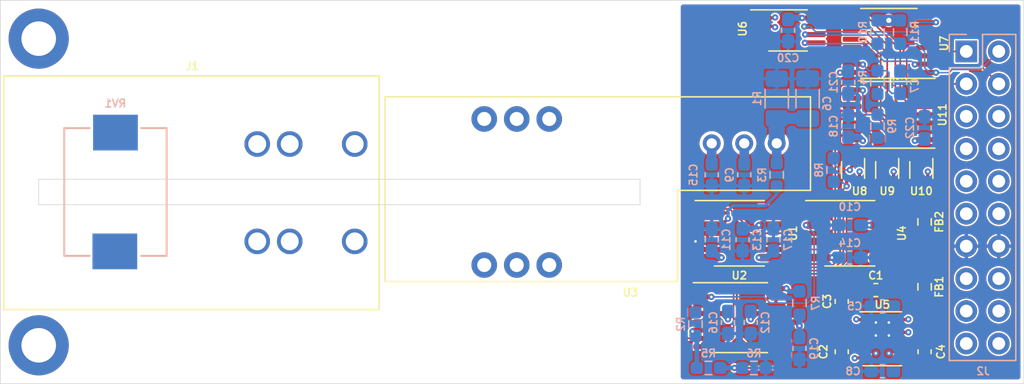
<source format=kicad_pcb>
(kicad_pcb (version 20171130) (host pcbnew 5.1.8)
  (layers (0 F.Cu signal) (1 In1.Cu signal) (2 In2.Cu signal) (31 B.Cu signal) (34 B.Paste user) (35 F.Paste user) (36 B.SilkS user) (37 F.SilkS user) (38 B.Mask user) (39 F.Mask user) (44 Edge.Cuts user))
  (net 0 "")
  (net 1 GND)
  (net 2 -18V)
  (net 3 +18V)
  (net 4 +3V3)
  (net 5 /ANALOG_OUT)
  (net 6 +15V)
  (net 7 -15V)
  (net 8 "Net-(C3-Pad2)")
  (net 9 "Net-(C4-Pad2)")
  (net 10 "Net-(C6-Pad1)")
  (net 11 /nRESET)
  (net 12 +5V)
  (net 13 /I2C_SDA)
  (net 14 /A1)
  (net 15 /I2C_SCL)
  (net 16 /A0)
  (net 17 "Net-(R2-Pad2)")
  (net 18 "Net-(R3-Pad1)")
  (net 19 "Net-(R5-Pad2)")
  (net 20 "Net-(R7-Pad1)")
  (net 21 /G1)
  (net 22 "Net-(R8-Pad1)")
  (net 23 "Net-(R9-Pad2)")
  (net 24 /AZ)
  (net 25 "Net-(U1-Pad1)")
  (net 26 "Net-(U2-Pad14)")
  (net 27 "Net-(U2-Pad11)")
  (net 28 /G100)
  (net 29 /G10)
  (net 30 /WP)
  (net 31 /IO5)
  (net 32 /IO4)
  (net 33 /IO3)
  (net 34 /IO2)
  (net 35 "Net-(U11-Pad12)")
  (net 36 "Net-(U10-Pad2)")
  (net 37 "Net-(J1-Pad2)")
  (net 38 "Net-(J1-Pad1)")
  (module ETH3CDAQ1:T60404-N4646-X400 (layer F.Cu) (at 119.253 67 180)
    (fp_text reference U3 (at 0 -7.874) (layer F.SilkS) (effects (font (size 0.6 0.6) (thickness 0.12))))
    (fp_text value T60404-N4646-X400)
    (pad 1 thru_hole circle (at 11.43 -5.715 180) (size 2 2) (drill 1.1) (layers *.Cu *.Mask) (net 37 "Net-(J1-Pad2)"))
    (pad 2 thru_hole circle (at 8.89 -5.715 180) (size 2 2) (drill 1.1) (layers *.Cu *.Mask) (net 37 "Net-(J1-Pad2)"))
    (pad 3 thru_hole circle (at 6.35 -5.715 180) (size 2 2) (drill 1.1) (layers *.Cu *.Mask) (net 37 "Net-(J1-Pad2)"))
    (pad 4 thru_hole circle (at 6.35 5.715 180) (size 2 2) (drill 1.1) (layers *.Cu *.Mask) (net 38 "Net-(J1-Pad1)"))
    (pad 5 thru_hole circle (at 8.89 5.715 180) (size 2 2) (drill 1.1) (layers *.Cu *.Mask) (net 38 "Net-(J1-Pad1)"))
    (pad 6 thru_hole circle (at 11.43 5.715 180) (size 2 2) (drill 1.1) (layers *.Cu *.Mask) (net 38 "Net-(J1-Pad1)"))
    (pad 9 thru_hole circle (at -6.35 3.81 180) (size 1.4 1.4) (drill 0.8) (layers *.Cu *.Mask) (net 7 -15V) (clearance 0.254))
    (pad 8 thru_hole circle (at -8.89 3.81 180) (size 1.4 1.4) (drill 0.8) (layers *.Cu *.Mask) (net 6 +15V) (clearance 0.254))
    (pad 7 thru_hole circle (at -11.43 3.81 180) (size 1.4 1.4) (drill 0.8) (layers *.Cu *.Mask) (net 10 "Net-(C6-Pad1)") (clearance 0.254))
  )
  (module ETH3CDAQ1:PC5_2-G-7_62 (layer F.Cu) (at 85 67.056 270)
    (fp_text reference J1 (at -9.906 0 180) (layer F.SilkS) (effects (font (size 0.6 0.6) (thickness 0.12))))
    (fp_text value "PC 5/2-G-7.62")
    (pad 2 thru_hole circle (at 3.81 -5.08 270) (size 2 2) (drill 1.4) (layers *.Cu *.Mask) (net 37 "Net-(J1-Pad2)"))
    (pad 2 thru_hole circle (at 3.81 -7.62 270) (size 2 2) (drill 1.4) (layers *.Cu *.Mask) (net 37 "Net-(J1-Pad2)"))
    (pad 2 thru_hole circle (at 3.81 -12.7 270) (size 2 2) (drill 1.4) (layers *.Cu *.Mask) (net 37 "Net-(J1-Pad2)"))
    (pad 1 thru_hole circle (at -3.81 -5.08 270) (size 2 2) (drill 1.4) (layers *.Cu *.Mask) (net 38 "Net-(J1-Pad1)"))
    (pad 1 thru_hole circle (at -3.81 -7.62 270) (size 2 2) (drill 1.4) (layers *.Cu *.Mask) (net 38 "Net-(J1-Pad1)"))
    (pad 1 thru_hole circle (at -3.81 -12.7 270) (size 2 2) (drill 1.4) (layers *.Cu *.Mask) (net 38 "Net-(J1-Pad1)"))
  )
  (module Resistor_SMD:R_0603_1608Metric_Pad0.98x0.95mm_HandSolder (layer F.Cu) (at 142.24 69.342 90)
    (fp_text reference FB2 (at 0 1.143 90) (layer F.SilkS) (effects (font (size 0.6 0.6) (thickness 0.12))))
    (fp_text value Ferrite_Bead_Small)
    (pad 2 smd roundrect (at 0.9125 0 90) (size 0.975 0.95) (layers F.Cu F.Paste F.Mask) (net 7 -15V))
    (pad 1 smd roundrect (at -0.9125 0 90) (size 0.975 0.95) (layers F.Cu F.Paste F.Mask) (net 2 -18V))
  )
  (module Resistor_SMD:R_0603_1608Metric_Pad0.98x0.95mm_HandSolder (layer F.Cu) (at 142.24 74.422 90)
    (fp_text reference FB1 (at 0 1.143 90) (layer F.SilkS) (effects (font (size 0.6 0.6) (thickness 0.12))))
    (fp_text value Ferrite_Bead_Small)
    (pad 2 smd roundrect (at 0.9125 0 90) (size 0.975 0.95) (layers F.Cu F.Paste F.Mask) (net 6 +15V))
    (pad 1 smd roundrect (at -0.9125 0 90) (size 0.975 0.95) (layers F.Cu F.Paste F.Mask) (net 3 +18V))
  )
  (module Capacitor_SMD:C_1206_3216Metric_Pad1.33x1.80mm_HandSolder (layer B.Cu) (at 133.096 59.69 90)
    (fp_text reference C6 (at -0.381 1.524 90) (layer B.SilkS) (effects (font (size 0.6 0.6) (thickness 0.12)) (justify mirror)))
    (fp_text value C)
    (pad 2 smd roundrect (at 1.5625 0 90) (size 1.325 1.8) (layers B.Cu B.Paste B.Mask) (roundrect_rratio 0.188679) (net 1 GND))
    (pad 1 smd roundrect (at -1.5625 0 90) (size 1.325 1.8) (layers B.Cu B.Paste B.Mask) (roundrect_rratio 0.188679) (net 10 "Net-(C6-Pad1)"))
  )
  (module Resistor_SMD:R_1206_3216Metric_Pad1.30x1.75mm_HandSolder (layer B.Cu) (at 130.683 59.69 90)
    (fp_text reference R1 (at 0 -1.524 90) (layer B.SilkS) (effects (font (size 0.6 0.6) (thickness 0.12)) (justify mirror)))
    (fp_text value 100)
    (pad 2 smd roundrect (at 1.55 0 90) (size 1.3 1.75) (layers B.Cu B.Paste B.Mask) (roundrect_rratio 0.192308) (net 1 GND))
    (pad 1 smd roundrect (at -1.55 0 90) (size 1.3 1.75) (layers B.Cu B.Paste B.Mask) (roundrect_rratio 0.192308) (net 10 "Net-(C6-Pad1)"))
  )
  (module Capacitor_SMD:C_0603_1608Metric_Pad1.08x0.95mm_HandSolder (layer B.Cu) (at 142.24 61.976 90)
    (fp_text reference C22 (at 0 -1.143 90) (layer B.SilkS) (effects (font (size 0.6 0.6) (thickness 0.12)) (justify mirror)))
    (fp_text value 100n)
    (pad 2 smd roundrect (at 0.8625 0 90) (size 1.075 0.95) (layers B.Cu B.Paste B.Mask) (net 1 GND))
    (pad 1 smd roundrect (at -0.8625 0 90) (size 1.075 0.95) (layers B.Cu B.Paste B.Mask) (net 4 +3V3))
  )
  (module Capacitor_SMD:C_0603_1608Metric_Pad1.08x0.95mm_HandSolder (layer B.Cu) (at 136.271 58.42 270)
    (fp_text reference C21 (at 0 1.143 90) (layer B.SilkS) (effects (font (size 0.6 0.6) (thickness 0.12)) (justify mirror)))
    (fp_text value 100n)
    (pad 2 smd roundrect (at 0.8625 0 270) (size 1.075 0.95) (layers B.Cu B.Paste B.Mask) (net 1 GND))
    (pad 1 smd roundrect (at -0.8625 0 270) (size 1.075 0.95) (layers B.Cu B.Paste B.Mask) (net 4 +3V3))
  )
  (module Capacitor_SMD:C_0603_1608Metric_Pad1.08x0.95mm_HandSolder (layer B.Cu) (at 131.572 54.356 270)
    (fp_text reference C20 (at 2.159 0 180) (layer B.SilkS) (effects (font (size 0.6 0.6) (thickness 0.12)) (justify mirror)))
    (fp_text value 100n)
    (pad 2 smd roundrect (at 0.8625 0 270) (size 1.075 0.95) (layers B.Cu B.Paste B.Mask) (net 1 GND))
    (pad 1 smd roundrect (at -0.8625 0 270) (size 1.075 0.95) (layers B.Cu B.Paste B.Mask) (net 4 +3V3))
  )
  (module Capacitor_SMD:C_0603_1608Metric_Pad1.08x0.95mm_HandSolder (layer B.Cu) (at 132.461 79.248 270)
    (fp_text reference C19 (at 0 -1.143 90) (layer B.SilkS) (effects (font (size 0.6 0.6) (thickness 0.12)) (justify mirror)))
    (fp_text value 100n)
    (pad 2 smd roundrect (at 0.8625 0 270) (size 1.075 0.95) (layers B.Cu B.Paste B.Mask) (net 1 GND))
    (pad 1 smd roundrect (at -0.8625 0 270) (size 1.075 0.95) (layers B.Cu B.Paste B.Mask) (net 12 +5V))
  )
  (module Capacitor_SMD:C_0603_1608Metric_Pad1.08x0.95mm_HandSolder (layer B.Cu) (at 136.271 61.849 90)
    (fp_text reference C18 (at 0 -1.143 90) (layer B.SilkS) (effects (font (size 0.6 0.6) (thickness 0.12)) (justify mirror)))
    (fp_text value 100n)
    (pad 2 smd roundrect (at 0.8625 0 90) (size 1.075 0.95) (layers B.Cu B.Paste B.Mask) (net 1 GND))
    (pad 1 smd roundrect (at -0.8625 0 90) (size 1.075 0.95) (layers B.Cu B.Paste B.Mask) (net 12 +5V))
  )
  (module Capacitor_SMD:C_0603_1608Metric_Pad1.08x0.95mm_HandSolder (layer B.Cu) (at 130.429 70.739 90)
    (fp_text reference C17 (at 0 1.143 90) (layer B.SilkS) (effects (font (size 0.6 0.6) (thickness 0.12)) (justify mirror)))
    (fp_text value 100n)
    (pad 2 smd roundrect (at 0.8625 0 90) (size 1.075 0.95) (layers B.Cu B.Paste B.Mask) (net 1 GND))
    (pad 1 smd roundrect (at -0.8625 0 90) (size 1.075 0.95) (layers B.Cu B.Paste B.Mask) (net 12 +5V))
  )
  (module Capacitor_SMD:C_0603_1608Metric_Pad1.08x0.95mm_HandSolder (layer B.Cu) (at 126.873 77.216 270)
    (fp_text reference C16 (at 0 1.143 90) (layer B.SilkS) (effects (font (size 0.6 0.6) (thickness 0.12)) (justify mirror)))
    (fp_text value 100n)
    (pad 2 smd roundrect (at 0.8625 0 270) (size 1.075 0.95) (layers B.Cu B.Paste B.Mask) (net 1 GND))
    (pad 1 smd roundrect (at -0.8625 0 270) (size 1.075 0.95) (layers B.Cu B.Paste B.Mask) (net 7 -15V))
  )
  (module Capacitor_SMD:C_0603_1608Metric_Pad1.08x0.95mm_HandSolder (layer B.Cu) (at 125.603 65.659 270)
    (fp_text reference C15 (at 0 1.43 90) (layer B.SilkS) (effects (font (size 0.6 0.6) (thickness 0.12)) (justify mirror)))
    (fp_text value 100n)
    (pad 2 smd roundrect (at 0.8625 0 270) (size 1.075 0.95) (layers B.Cu B.Paste B.Mask) (net 1 GND))
    (pad 1 smd roundrect (at -0.8625 0 270) (size 1.075 0.95) (layers B.Cu B.Paste B.Mask) (net 7 -15V))
  )
  (module Capacitor_SMD:C_0603_1608Metric_Pad1.08x0.95mm_HandSolder (layer B.Cu) (at 136.398 72.136)
    (fp_text reference C14 (at 0 -1.143) (layer B.SilkS) (effects (font (size 0.6 0.6) (thickness 0.12)) (justify mirror)))
    (fp_text value 100n)
    (pad 2 smd roundrect (at 0.8625 0) (size 1.075 0.95) (layers B.Cu B.Paste B.Mask) (net 1 GND))
    (pad 1 smd roundrect (at -0.8625 0) (size 1.075 0.95) (layers B.Cu B.Paste B.Mask) (net 7 -15V))
  )
  (module Capacitor_SMD:C_0603_1608Metric_Pad1.08x0.95mm_HandSolder (layer B.Cu) (at 128.016 70.739 270)
    (fp_text reference C13 (at 0 -1.143 90) (layer B.SilkS) (effects (font (size 0.6 0.6) (thickness 0.12)) (justify mirror)))
    (fp_text value 100n)
    (pad 2 smd roundrect (at 0.8625 0 270) (size 1.075 0.95) (layers B.Cu B.Paste B.Mask) (net 1 GND))
    (pad 1 smd roundrect (at -0.8625 0 270) (size 1.075 0.95) (layers B.Cu B.Paste B.Mask) (net 7 -15V))
  )
  (module Capacitor_SMD:C_0603_1608Metric_Pad1.08x0.95mm_HandSolder (layer B.Cu) (at 128.651 77.216 270)
    (fp_text reference C12 (at 0 -1.143 90) (layer B.SilkS) (effects (font (size 0.6 0.6) (thickness 0.12)) (justify mirror)))
    (fp_text value 100n)
    (pad 2 smd roundrect (at 0.8625 0 270) (size 1.075 0.95) (layers B.Cu B.Paste B.Mask) (net 1 GND))
    (pad 1 smd roundrect (at -0.8625 0 270) (size 1.075 0.95) (layers B.Cu B.Paste B.Mask) (net 6 +15V))
  )
  (module Capacitor_SMD:C_0603_1608Metric_Pad1.08x0.95mm_HandSolder (layer B.Cu) (at 125.603 70.739 90)
    (fp_text reference C11 (at 0 1.143 90) (layer B.SilkS) (effects (font (size 0.6 0.6) (thickness 0.12)) (justify mirror)))
    (fp_text value 100n)
    (pad 2 smd roundrect (at 0.8625 0 90) (size 1.075 0.95) (layers B.Cu B.Paste B.Mask) (net 1 GND))
    (pad 1 smd roundrect (at -0.8625 0 90) (size 1.075 0.95) (layers B.Cu B.Paste B.Mask) (net 6 +15V))
  )
  (module Capacitor_SMD:C_0603_1608Metric_Pad1.08x0.95mm_HandSolder (layer B.Cu) (at 136.398 69.596 180)
    (fp_text reference C10 (at 0 1.43) (layer B.SilkS) (effects (font (size 0.6 0.6) (thickness 0.12)) (justify mirror)))
    (fp_text value 100n)
    (pad 2 smd roundrect (at 0.8625 0 180) (size 1.075 0.95) (layers B.Cu B.Paste B.Mask) (net 1 GND))
    (pad 1 smd roundrect (at -0.8625 0 180) (size 1.075 0.95) (layers B.Cu B.Paste B.Mask) (net 6 +15V))
  )
  (module Capacitor_SMD:C_0603_1608Metric_Pad1.08x0.95mm_HandSolder (layer B.Cu) (at 128.143 65.659 270)
    (fp_text reference C9 (at 0 1.143 90) (layer B.SilkS) (effects (font (size 0.6 0.6) (thickness 0.12)) (justify mirror)))
    (fp_text value 100n)
    (pad 2 smd roundrect (at 0.8625 0 270) (size 1.075 0.95) (layers B.Cu B.Paste B.Mask) (net 1 GND))
    (pad 1 smd roundrect (at -0.8625 0 270) (size 1.075 0.95) (layers B.Cu B.Paste B.Mask) (net 6 +15V))
  )
  (module ETH3CDAQ1:4032 (layer B.Cu) (at 79 67 90)
    (fp_text reference RV1 (at 6.929 -0.006 180) (layer B.SilkS) (effects (font (size 0.6 0.6) (thickness 0.12)) (justify mirror)))
    (fp_text value B72660M)
    (pad 2 smd rect (at 4.65 0 90) (size 2.8 3.5) (layers B.Cu B.Paste B.Mask) (net 38 "Net-(J1-Pad1)"))
    (pad 1 smd rect (at -4.65 -0.05 90) (size 2.8 3.5) (layers B.Cu B.Paste B.Mask) (net 37 "Net-(J1-Pad2)"))
  )
  (module Package_SO:TSSOP-14_4.4x5mm_P0.65mm (layer F.Cu) (at 139.446 60.96 180)
    (fp_text reference U11 (at -4.191 0 90) (layer F.SilkS) (effects (font (size 0.6 0.6) (thickness 0.12))))
    (fp_text value TXB0104PW)
    (pad 14 smd roundrect (at 2.8625 -1.95 180) (size 1.475 0.4) (layers F.Cu F.Paste F.Mask) (net 12 +5V))
    (pad 13 smd roundrect (at 2.8625 -1.3 180) (size 1.475 0.4) (layers F.Cu F.Paste F.Mask) (net 22 "Net-(R8-Pad1)"))
    (pad 12 smd roundrect (at 2.8625 -0.65 180) (size 1.475 0.4) (layers F.Cu F.Paste F.Mask) (net 35 "Net-(U11-Pad12)"))
    (pad 11 smd roundrect (at 2.8625 0 180) (size 1.475 0.4) (layers F.Cu F.Paste F.Mask) (net 36 "Net-(U10-Pad2)"))
    (pad 10 smd roundrect (at 2.8625 0.65 180) (size 1.475 0.4) (layers F.Cu F.Paste F.Mask) (net 24 /AZ))
    (pad 9 smd roundrect (at 2.8625 1.3 180) (size 1.475 0.4) (layers F.Cu F.Paste F.Mask))
    (pad 8 smd roundrect (at 2.8625 1.95 180) (size 1.475 0.4) (layers F.Cu F.Paste F.Mask) (net 23 "Net-(R9-Pad2)"))
    (pad 7 smd roundrect (at -2.8625 1.95 180) (size 1.475 0.4) (layers F.Cu F.Paste F.Mask) (net 1 GND))
    (pad 6 smd roundrect (at -2.8625 1.3 180) (size 1.475 0.4) (layers F.Cu F.Paste F.Mask))
    (pad 5 smd roundrect (at -2.8625 0.65 180) (size 1.475 0.4) (layers F.Cu F.Paste F.Mask) (net 34 /IO2))
    (pad 4 smd roundrect (at -2.8625 0 180) (size 1.475 0.4) (layers F.Cu F.Paste F.Mask) (net 33 /IO3))
    (pad 3 smd roundrect (at -2.8625 -0.65 180) (size 1.475 0.4) (layers F.Cu F.Paste F.Mask) (net 32 /IO4))
    (pad 2 smd roundrect (at -2.8625 -1.3 180) (size 1.475 0.4) (layers F.Cu F.Paste F.Mask) (net 31 /IO5))
    (pad 1 smd roundrect (at -2.8625 -1.95 180) (size 1.475 0.4) (layers F.Cu F.Paste F.Mask) (net 4 +3V3))
  )
  (module Package_TO_SOT_SMD:SOT-553 (layer F.Cu) (at 141.986 65.278 270)
    (fp_text reference U10 (at 1.651 0 180) (layer F.SilkS) (effects (font (size 0.6 0.6) (thickness 0.12))))
    (fp_text value 74LVC1GU04DRL)
    (pad 4 smd rect (at 0.7 0.5 270) (size 0.45 0.3) (layers F.Cu F.Paste F.Mask) (net 28 /G100))
    (pad 2 smd rect (at -0.7 0 270) (size 0.45 0.3) (layers F.Cu F.Paste F.Mask) (net 36 "Net-(U10-Pad2)"))
    (pad 5 smd rect (at 0.7 -0.5 270) (size 0.45 0.3) (layers F.Cu F.Paste F.Mask) (net 12 +5V))
    (pad 3 smd rect (at -0.7 0.5 270) (size 0.45 0.3) (layers F.Cu F.Paste F.Mask) (net 1 GND))
    (pad 1 smd rect (at -0.7 -0.5 270) (size 0.45 0.3) (layers F.Cu F.Paste F.Mask))
  )
  (module Package_TO_SOT_SMD:SOT-553 (layer F.Cu) (at 139.319 65.278 270)
    (fp_text reference U9 (at 1.651 0 180) (layer F.SilkS) (effects (font (size 0.6 0.6) (thickness 0.12))))
    (fp_text value 74LVC1GU04DRL)
    (pad 4 smd rect (at 0.7 0.5 270) (size 0.45 0.3) (layers F.Cu F.Paste F.Mask) (net 29 /G10))
    (pad 2 smd rect (at -0.7 0 270) (size 0.45 0.3) (layers F.Cu F.Paste F.Mask) (net 35 "Net-(U11-Pad12)"))
    (pad 5 smd rect (at 0.7 -0.5 270) (size 0.45 0.3) (layers F.Cu F.Paste F.Mask) (net 12 +5V))
    (pad 3 smd rect (at -0.7 0.5 270) (size 0.45 0.3) (layers F.Cu F.Paste F.Mask) (net 1 GND))
    (pad 1 smd rect (at -0.7 -0.5 270) (size 0.45 0.3) (layers F.Cu F.Paste F.Mask))
  )
  (module Package_TO_SOT_SMD:SOT-553 (layer F.Cu) (at 136.652 65.278 270)
    (fp_text reference U8 (at 1.651 -0.508 180) (layer F.SilkS) (effects (font (size 0.6 0.6) (thickness 0.12))))
    (fp_text value 74LVC1GU04DRL)
    (pad 4 smd rect (at 0.7 0.5 270) (size 0.45 0.3) (layers F.Cu F.Paste F.Mask) (net 21 /G1))
    (pad 2 smd rect (at -0.7 0 270) (size 0.45 0.3) (layers F.Cu F.Paste F.Mask) (net 22 "Net-(R8-Pad1)"))
    (pad 5 smd rect (at 0.7 -0.5 270) (size 0.45 0.3) (layers F.Cu F.Paste F.Mask) (net 12 +5V))
    (pad 3 smd rect (at -0.7 0.5 270) (size 0.45 0.3) (layers F.Cu F.Paste F.Mask) (net 1 GND))
    (pad 1 smd rect (at -0.7 -0.5 270) (size 0.45 0.3) (layers F.Cu F.Paste F.Mask))
  )
  (module Package_SO:TSSOP-16_4.4x5mm_P0.65mm (layer F.Cu) (at 139.446 55.372 180)
    (fp_text reference U7 (at -4.318 0 90) (layer F.SilkS) (effects (font (size 0.6 0.6) (thickness 0.12))))
    (fp_text value PCA9557PW)
    (pad 16 smd roundrect (at 2.8625 -2.275 180) (size 1.475 0.4) (layers F.Cu F.Paste F.Mask) (net 4 +3V3))
    (pad 15 smd roundrect (at 2.8625 -1.625 180) (size 1.475 0.4) (layers F.Cu F.Paste F.Mask) (net 11 /nRESET))
    (pad 14 smd roundrect (at 2.8625 -0.975 180) (size 1.475 0.4) (layers F.Cu F.Paste F.Mask))
    (pad 13 smd roundrect (at 2.8625 -0.325 180) (size 1.475 0.4) (layers F.Cu F.Paste F.Mask))
    (pad 12 smd roundrect (at 2.8625 0.325 180) (size 1.475 0.4) (layers F.Cu F.Paste F.Mask) (net 31 /IO5))
    (pad 11 smd roundrect (at 2.8625 0.975 180) (size 1.475 0.4) (layers F.Cu F.Paste F.Mask) (net 32 /IO4))
    (pad 10 smd roundrect (at 2.8625 1.625 180) (size 1.475 0.4) (layers F.Cu F.Paste F.Mask) (net 33 /IO3))
    (pad 9 smd roundrect (at 2.8625 2.275 180) (size 1.475 0.4) (layers F.Cu F.Paste F.Mask) (net 34 /IO2))
    (pad 8 smd roundrect (at -2.8625 2.275 180) (size 1.475 0.4) (layers F.Cu F.Paste F.Mask) (net 1 GND))
    (pad 7 smd roundrect (at -2.8625 1.625 180) (size 1.475 0.4) (layers F.Cu F.Paste F.Mask) (net 30 /WP))
    (pad 6 smd roundrect (at -2.8625 0.975 180) (size 1.475 0.4) (layers F.Cu F.Paste F.Mask))
    (pad 5 smd roundrect (at -2.8625 0.325 180) (size 1.475 0.4) (layers F.Cu F.Paste F.Mask) (net 1 GND))
    (pad 4 smd roundrect (at -2.8625 -0.325 180) (size 1.475 0.4) (layers F.Cu F.Paste F.Mask) (net 14 /A1))
    (pad 3 smd roundrect (at -2.8625 -0.975 180) (size 1.475 0.4) (layers F.Cu F.Paste F.Mask) (net 16 /A0))
    (pad 2 smd roundrect (at -2.8625 -1.625 180) (size 1.475 0.4) (layers F.Cu F.Paste F.Mask) (net 13 /I2C_SDA))
    (pad 1 smd roundrect (at -2.8625 -2.275 180) (size 1.475 0.4) (layers F.Cu F.Paste F.Mask) (net 15 /I2C_SCL))
  )
  (module Package_SO:MSOP-8_3x3mm_P0.65mm (layer F.Cu) (at 131.572 54.356)
    (fp_text reference U6 (at -3.556 -0.127 90) (layer F.SilkS) (effects (font (size 0.6 0.6) (thickness 0.12))))
    (fp_text value 24LC08B-E/MS)
    (pad 8 smd roundrect (at 2.1125 -0.975) (size 1.625 0.4) (layers F.Cu F.Paste F.Mask) (net 4 +3V3))
    (pad 7 smd roundrect (at 2.1125 -0.325) (size 1.625 0.4) (layers F.Cu F.Paste F.Mask) (net 30 /WP))
    (pad 6 smd roundrect (at 2.1125 0.325) (size 1.625 0.4) (layers F.Cu F.Paste F.Mask) (net 15 /I2C_SCL))
    (pad 5 smd roundrect (at 2.1125 0.975) (size 1.625 0.4) (layers F.Cu F.Paste F.Mask) (net 13 /I2C_SDA))
    (pad 4 smd roundrect (at -2.1125 0.975) (size 1.625 0.4) (layers F.Cu F.Paste F.Mask) (net 1 GND))
    (pad 3 smd roundrect (at -2.1125 0.325) (size 1.625 0.4) (layers F.Cu F.Paste F.Mask) (net 1 GND))
    (pad 2 smd roundrect (at -2.1125 -0.325) (size 1.625 0.4) (layers F.Cu F.Paste F.Mask) (net 14 /A1))
    (pad 1 smd roundrect (at -2.1125 -0.975) (size 1.625 0.4) (layers F.Cu F.Paste F.Mask) (net 16 /A0))
  )
  (module Package_DFN_QFN:Linear_DE14MA (layer F.Cu) (at 138.938 78.486)
    (fp_text reference U5 (at 0 -2.667) (layer F.SilkS) (effects (font (size 0.6 0.6) (thickness 0.12))))
    (fp_text value LT3032-15)
    (pad 4 smd custom (at 0 -0.79) (size 1.65 1.28) (layers F.Cu F.Paste F.Mask) (net 1 GND) (options (clearance outline) (anchor rect)) (primitives (gr_circle (center 0.575 -0.64) (end 0.825 -0.64) (width 0)) (gr_circle (center 0.575 0.64) (end 0.825 0.64) (width 0)) (gr_poly (pts (xy -0.575 -0.89) (xy 0.575 -0.89) (xy 0.575 0.89) (xy -0.825 0.89) (xy -0.825 -0.64)) (width 0)) (gr_poly (pts (xy -0.78 0.665) (xy -1.75 0.665) (xy -1.75 0.915) (xy -0.88 0.915) (xy -0.78 0.89)) (width 0)) (gr_poly (pts (xy -1.075 0.665) (xy -1.025 0.66) (xy -0.977 0.645) (xy -0.935 0.622) (xy -0.897 0.591) (xy -0.866 0.552) (xy -0.844 0.511) (xy -0.83 0.464) (xy -0.825 0.415) (xy -0.825 0.665)) (width 0.001))))
    (pad 9 smd custom (at 0 1.145) (size 1.15 1.07) (layers F.Cu F.Paste F.Mask) (net 2 -18V) (options (clearance outline) (anchor rect)) (primitives (gr_circle (center -0.575 -0.285) (end -0.325 -0.285) (width 0)) (gr_circle (center 0.575 -0.285) (end 0.825 -0.285) (width 0)) (gr_circle (center -0.575 0.285) (end -0.325 0.285) (width 0)) (gr_circle (center 0.575 0.285) (end 0.825 0.285) (width 0)) (gr_poly (pts (xy -0.825 -0.285) (xy 0.825 -0.285) (xy 0.825 0.285) (xy -0.825 0.285)) (width 0)) (gr_poly (pts (xy 0.825 -0.27) (xy 1.75 -0.27) (xy 1.75 -0.02) (xy 0.825 -0.02)) (width 0))))
    (pad 1 smd rect (at -1.4 -1.5) (size 0.7 0.25) (layers F.Cu F.Paste F.Mask) (net 6 +15V))
    (pad 2 smd rect (at -1.4 -1) (size 0.7 0.25) (layers F.Cu F.Paste F.Mask))
    (pad 3 smd rect (at -1.4 -0.5) (size 0.7 0.25) (layers F.Cu F.Paste F.Mask) (net 8 "Net-(C3-Pad2)"))
    (pad 5 smd rect (at -1.4 0.5) (size 0.7 0.25) (layers F.Cu F.Paste F.Mask) (net 1 GND))
    (pad 6 smd rect (at -1.4 1) (size 0.7 0.25) (layers F.Cu F.Paste F.Mask) (net 2 -18V))
    (pad 7 smd rect (at -1.4 1.5) (size 0.7 0.25) (layers F.Cu F.Paste F.Mask) (net 7 -15V))
    (pad 8 smd rect (at 1.4 1.5) (size 0.7 0.25) (layers F.Cu F.Paste F.Mask))
    (pad 10 smd rect (at 1.4 0.5) (size 0.7 0.25) (layers F.Cu F.Paste F.Mask) (net 2 -18V))
    (pad 11 smd rect (at 1.4 0) (size 0.7 0.25) (layers F.Cu F.Paste F.Mask) (net 9 "Net-(C4-Pad2)"))
    (pad 12 smd rect (at 1.4 -0.5) (size 0.7 0.25) (layers F.Cu F.Paste F.Mask) (net 3 +18V))
    (pad 13 smd rect (at 1.4 -1) (size 0.7 0.25) (layers F.Cu F.Paste F.Mask))
    (pad 14 smd rect (at 1.4 -1.5) (size 0.7 0.25) (layers F.Cu F.Paste F.Mask) (net 3 +18V))
  )
  (module Package_SO:SOIC-8_3.9x4.9mm_P1.27mm (layer F.Cu) (at 136.398 70.231)
    (fp_text reference U4 (at 4.064 0 90) (layer F.SilkS) (effects (font (size 0.6 0.6) (thickness 0.12))))
    (fp_text value OPA140)
    (pad 8 smd roundrect (at 2.475 -1.905) (size 1.95 0.6) (layers F.Cu F.Paste F.Mask))
    (pad 7 smd roundrect (at 2.475 -0.635) (size 1.95 0.6) (layers F.Cu F.Paste F.Mask) (net 6 +15V))
    (pad 6 smd roundrect (at 2.475 0.635) (size 1.95 0.6) (layers F.Cu F.Paste F.Mask) (net 5 /ANALOG_OUT))
    (pad 5 smd roundrect (at 2.475 1.905) (size 1.95 0.6) (layers F.Cu F.Paste F.Mask))
    (pad 4 smd roundrect (at -2.475 1.905) (size 1.95 0.6) (layers F.Cu F.Paste F.Mask) (net 7 -15V))
    (pad 3 smd roundrect (at -2.475 0.635) (size 1.95 0.6) (layers F.Cu F.Paste F.Mask) (net 25 "Net-(U1-Pad1)"))
    (pad 2 smd roundrect (at -2.475 -0.635) (size 1.95 0.6) (layers F.Cu F.Paste F.Mask) (net 27 "Net-(U2-Pad11)"))
    (pad 1 smd roundrect (at -2.475 -1.905) (size 1.95 0.6) (layers F.Cu F.Paste F.Mask))
  )
  (module Package_SO:TSSOP-16_4.4x5mm_P0.65mm (layer F.Cu) (at 127.762 76.835)
    (fp_text reference U2 (at 0 -3.302) (layer F.SilkS) (effects (font (size 0.6 0.6) (thickness 0.12))))
    (fp_text value DG211)
    (pad 16 smd roundrect (at 2.8625 -2.275) (size 1.475 0.4) (layers F.Cu F.Paste F.Mask) (net 20 "Net-(R7-Pad1)"))
    (pad 15 smd roundrect (at 2.8625 -1.625) (size 1.475 0.4) (layers F.Cu F.Paste F.Mask) (net 26 "Net-(U2-Pad14)"))
    (pad 14 smd roundrect (at 2.8625 -0.975) (size 1.475 0.4) (layers F.Cu F.Paste F.Mask) (net 26 "Net-(U2-Pad14)"))
    (pad 13 smd roundrect (at 2.8625 -0.325) (size 1.475 0.4) (layers F.Cu F.Paste F.Mask) (net 6 +15V))
    (pad 12 smd roundrect (at 2.8625 0.325) (size 1.475 0.4) (layers F.Cu F.Paste F.Mask) (net 12 +5V))
    (pad 11 smd roundrect (at 2.8625 0.975) (size 1.475 0.4) (layers F.Cu F.Paste F.Mask) (net 27 "Net-(U2-Pad11)"))
    (pad 10 smd roundrect (at 2.8625 1.625) (size 1.475 0.4) (layers F.Cu F.Paste F.Mask) (net 19 "Net-(R5-Pad2)"))
    (pad 9 smd roundrect (at 2.8625 2.275) (size 1.475 0.4) (layers F.Cu F.Paste F.Mask) (net 28 /G100))
    (pad 8 smd roundrect (at -2.8625 2.275) (size 1.475 0.4) (layers F.Cu F.Paste F.Mask) (net 29 /G10))
    (pad 7 smd roundrect (at -2.8625 1.625) (size 1.475 0.4) (layers F.Cu F.Paste F.Mask) (net 27 "Net-(U2-Pad11)"))
    (pad 6 smd roundrect (at -2.8625 0.975) (size 1.475 0.4) (layers F.Cu F.Paste F.Mask) (net 17 "Net-(R2-Pad2)"))
    (pad 5 smd roundrect (at -2.8625 0.325) (size 1.475 0.4) (layers F.Cu F.Paste F.Mask) (net 1 GND))
    (pad 4 smd roundrect (at -2.8625 -0.325) (size 1.475 0.4) (layers F.Cu F.Paste F.Mask) (net 7 -15V))
    (pad 3 smd roundrect (at -2.8625 -0.975) (size 1.475 0.4) (layers F.Cu F.Paste F.Mask) (net 5 /ANALOG_OUT))
    (pad 2 smd roundrect (at -2.8625 -1.625) (size 1.475 0.4) (layers F.Cu F.Paste F.Mask) (net 27 "Net-(U2-Pad11)"))
    (pad 1 smd roundrect (at -2.8625 -2.275) (size 1.475 0.4) (layers F.Cu F.Paste F.Mask) (net 21 /G1))
  )
  (module Package_SO:SOIC-8_3.9x4.9mm_P1.27mm (layer F.Cu) (at 127.762 70.231)
    (fp_text reference U1 (at 4.191 0 90) (layer F.SilkS) (effects (font (size 0.6 0.6) (thickness 0.12))))
    (fp_text value DG419xY)
    (pad 8 smd roundrect (at 2.475 -1.905) (size 1.95 0.6) (layers F.Cu F.Paste F.Mask) (net 1 GND))
    (pad 7 smd roundrect (at 2.475 -0.635) (size 1.95 0.6) (layers F.Cu F.Paste F.Mask) (net 7 -15V))
    (pad 6 smd roundrect (at 2.475 0.635) (size 1.95 0.6) (layers F.Cu F.Paste F.Mask) (net 24 /AZ))
    (pad 5 smd roundrect (at 2.475 1.905) (size 1.95 0.6) (layers F.Cu F.Paste F.Mask) (net 12 +5V))
    (pad 4 smd roundrect (at -2.475 1.905) (size 1.95 0.6) (layers F.Cu F.Paste F.Mask) (net 6 +15V))
    (pad 3 smd roundrect (at -2.475 0.635) (size 1.95 0.6) (layers F.Cu F.Paste F.Mask) (net 1 GND))
    (pad 2 smd roundrect (at -2.475 -0.635) (size 1.95 0.6) (layers F.Cu F.Paste F.Mask) (net 18 "Net-(R3-Pad1)"))
    (pad 1 smd roundrect (at -2.475 -1.905) (size 1.95 0.6) (layers F.Cu F.Paste F.Mask) (net 25 "Net-(U1-Pad1)"))
  )
  (module Resistor_SMD:R_0603_1608Metric_Pad0.98x0.95mm_HandSolder (layer B.Cu) (at 140.335 54.483 270)
    (fp_text reference R11 (at 0 -1.143 90) (layer B.SilkS) (effects (font (size 0.6 0.6) (thickness 0.12)) (justify mirror)))
    (fp_text value 4k7)
    (pad 2 smd roundrect (at 0.9125 0 270) (size 0.975 0.95) (layers B.Cu B.Paste B.Mask) (net 15 /I2C_SCL))
    (pad 1 smd roundrect (at -0.9125 0 270) (size 0.975 0.95) (layers B.Cu B.Paste B.Mask) (net 4 +3V3))
  )
  (module Resistor_SMD:R_0603_1608Metric_Pad0.98x0.95mm_HandSolder (layer B.Cu) (at 138.557 54.483 270)
    (fp_text reference R10 (at 0 1.143 90) (layer B.SilkS) (effects (font (size 0.6 0.6) (thickness 0.12)) (justify mirror)))
    (fp_text value 4k7)
    (pad 2 smd roundrect (at 0.9125 0 270) (size 0.975 0.95) (layers B.Cu B.Paste B.Mask) (net 13 /I2C_SDA))
    (pad 1 smd roundrect (at -0.9125 0 270) (size 0.975 0.95) (layers B.Cu B.Paste B.Mask) (net 4 +3V3))
  )
  (module Resistor_SMD:R_0603_1608Metric_Pad0.98x0.95mm_HandSolder (layer B.Cu) (at 138.557 61.849 90)
    (fp_text reference R9 (at 0 1.143 90) (layer B.SilkS) (effects (font (size 0.6 0.6) (thickness 0.12)) (justify mirror)))
    (fp_text value 10k)
    (pad 2 smd roundrect (at 0.9125 0 90) (size 0.975 0.95) (layers B.Cu B.Paste B.Mask) (net 23 "Net-(R9-Pad2)"))
    (pad 1 smd roundrect (at -0.9125 0 90) (size 0.975 0.95) (layers B.Cu B.Paste B.Mask) (net 4 +3V3))
  )
  (module Resistor_SMD:R_0603_1608Metric_Pad0.98x0.95mm_HandSolder (layer B.Cu) (at 135.128 65.278 270)
    (fp_text reference R8 (at 0 1.143 90) (layer B.SilkS) (effects (font (size 0.6 0.6) (thickness 0.12)) (justify mirror)))
    (fp_text value 0)
    (pad 2 smd roundrect (at 0.9125 0 270) (size 0.975 0.95) (layers B.Cu B.Paste B.Mask) (net 21 /G1))
    (pad 1 smd roundrect (at -0.9125 0 270) (size 0.975 0.95) (layers B.Cu B.Paste B.Mask) (net 22 "Net-(R8-Pad1)"))
  )
  (module Resistor_SMD:R_0603_1608Metric_Pad0.98x0.95mm_HandSolder (layer B.Cu) (at 132.461 75.692 270)
    (fp_text reference R7 (at 0 -1.27 90) (layer B.SilkS) (effects (font (size 0.6 0.6) (thickness 0.12)) (justify mirror)))
    (fp_text value 10k)
    (pad 2 smd roundrect (at 0.9125 0 270) (size 0.975 0.95) (layers B.Cu B.Paste B.Mask) (net 12 +5V))
    (pad 1 smd roundrect (at -0.9125 0 270) (size 0.975 0.95) (layers B.Cu B.Paste B.Mask) (net 20 "Net-(R7-Pad1)"))
  )
  (module Resistor_SMD:R_0603_1608Metric_Pad0.98x0.95mm_HandSolder (layer B.Cu) (at 128.905 80.772)
    (fp_text reference R6 (at 0 -1.143) (layer B.SilkS) (effects (font (size 0.6 0.6) (thickness 0.12)) (justify mirror)))
    (fp_text value 2k/0.05%)
    (pad 2 smd roundrect (at 0.9125 0) (size 0.975 0.95) (layers B.Cu B.Paste B.Mask) (net 1 GND))
    (pad 1 smd roundrect (at -0.9125 0) (size 0.975 0.95) (layers B.Cu B.Paste B.Mask) (net 19 "Net-(R5-Pad2)"))
  )
  (module Resistor_SMD:R_0603_1608Metric_Pad0.98x0.95mm_HandSolder (layer B.Cu) (at 125.349 80.772)
    (fp_text reference R5 (at 0 -1.143) (layer B.SilkS) (effects (font (size 0.6 0.6) (thickness 0.12)) (justify mirror)))
    (fp_text value 18k/0.05%)
    (pad 2 smd roundrect (at 0.9125 0) (size 0.975 0.95) (layers B.Cu B.Paste B.Mask) (net 19 "Net-(R5-Pad2)"))
    (pad 1 smd roundrect (at -0.9125 0) (size 0.975 0.95) (layers B.Cu B.Paste B.Mask) (net 17 "Net-(R2-Pad2)"))
  )
  (module Resistor_SMD:R_0603_1608Metric_Pad0.98x0.95mm_HandSolder (layer B.Cu) (at 138.557 58.42 90)
    (fp_text reference R4 (at 0.381 -1.143 90) (layer B.SilkS) (effects (font (size 0.6 0.6) (thickness 0.12)) (justify mirror)))
    (fp_text value 10k)
    (pad 2 smd roundrect (at 0.9125 0 90) (size 0.975 0.95) (layers B.Cu B.Paste B.Mask) (net 11 /nRESET))
    (pad 1 smd roundrect (at -0.9125 0 90) (size 0.975 0.95) (layers B.Cu B.Paste B.Mask) (net 4 +3V3))
  )
  (module Resistor_SMD:R_0603_1608Metric_Pad0.98x0.95mm_HandSolder (layer B.Cu) (at 130.683 65.659 90)
    (fp_text reference R3 (at 0 -1.143 90) (layer B.SilkS) (effects (font (size 0.6 0.6) (thickness 0.12)) (justify mirror)))
    (fp_text value 100k)
    (pad 2 smd roundrect (at 0.9125 0 90) (size 0.975 0.95) (layers B.Cu B.Paste B.Mask) (net 10 "Net-(C6-Pad1)"))
    (pad 1 smd roundrect (at -0.9125 0 90) (size 0.975 0.95) (layers B.Cu B.Paste B.Mask) (net 18 "Net-(R3-Pad1)"))
  )
  (module Resistor_SMD:R_0603_1608Metric_Pad0.98x0.95mm_HandSolder (layer B.Cu) (at 124.333 77.343 270)
    (fp_text reference R2 (at 0 1.143 90) (layer B.SilkS) (effects (font (size 0.6 0.6) (thickness 0.12)) (justify mirror)))
    (fp_text value 180k/0.05%)
    (pad 2 smd roundrect (at 0.9125 0 270) (size 0.975 0.95) (layers B.Cu B.Paste B.Mask) (net 17 "Net-(R2-Pad2)"))
    (pad 1 smd roundrect (at -0.9125 0 270) (size 0.975 0.95) (layers B.Cu B.Paste B.Mask) (net 5 /ANALOG_OUT))
  )
  (module Capacitor_SMD:C_0603_1608Metric_Pad1.08x0.95mm_HandSolder (layer B.Cu) (at 138.938 81.026 180)
    (fp_text reference C8 (at 2.286 0) (layer B.SilkS) (effects (font (size 0.6 0.6) (thickness 0.12)) (justify mirror)))
    (fp_text value 2u2)
    (pad 2 smd roundrect (at 0.8625 0 180) (size 1.075 0.95) (layers B.Cu B.Paste B.Mask) (net 1 GND))
    (pad 1 smd roundrect (at -0.8625 0 180) (size 1.075 0.95) (layers B.Cu B.Paste B.Mask) (net 2 -18V))
  )
  (module Capacitor_SMD:C_0603_1608Metric_Pad1.08x0.95mm_HandSolder (layer B.Cu) (at 140.335 58.42 90)
    (fp_text reference C7 (at -0.254 1.143 90) (layer B.SilkS) (effects (font (size 0.6 0.6) (thickness 0.12)) (justify mirror)))
    (fp_text value 100n)
    (pad 2 smd roundrect (at 0.8625 0 90) (size 1.075 0.95) (layers B.Cu B.Paste B.Mask) (net 1 GND))
    (pad 1 smd roundrect (at -0.8625 0 90) (size 1.075 0.95) (layers B.Cu B.Paste B.Mask) (net 11 /nRESET))
  )
  (module Capacitor_SMD:C_0603_1608Metric_Pad1.08x0.95mm_HandSolder (layer B.Cu) (at 138.938 75.946 180)
    (fp_text reference C5 (at 2.159 0) (layer B.SilkS) (effects (font (size 0.6 0.6) (thickness 0.12)) (justify mirror)))
    (fp_text value 2u2)
    (pad 2 smd roundrect (at 0.8625 0 180) (size 1.075 0.95) (layers B.Cu B.Paste B.Mask) (net 1 GND))
    (pad 1 smd roundrect (at -0.8625 0 180) (size 1.075 0.95) (layers B.Cu B.Paste B.Mask) (net 3 +18V))
  )
  (module Capacitor_SMD:C_0603_1608Metric_Pad1.08x0.95mm_HandSolder (layer F.Cu) (at 142.24 79.502 90)
    (fp_text reference C4 (at 0 1.27 90) (layer F.SilkS) (effects (font (size 0.6 0.6) (thickness 0.12))))
    (fp_text value 100n)
    (pad 2 smd roundrect (at 0.8625 0 90) (size 1.075 0.95) (layers F.Cu F.Paste F.Mask) (net 9 "Net-(C4-Pad2)"))
    (pad 1 smd roundrect (at -0.8625 0 90) (size 1.075 0.95) (layers F.Cu F.Paste F.Mask) (net 7 -15V))
  )
  (module Capacitor_SMD:C_0603_1608Metric_Pad1.08x0.95mm_HandSolder (layer F.Cu) (at 135.763 75.565 270)
    (fp_text reference C3 (at 0 1.143 90) (layer F.SilkS) (effects (font (size 0.6 0.6) (thickness 0.12))))
    (fp_text value 100n)
    (pad 2 smd roundrect (at 0.8625 0 270) (size 1.075 0.95) (layers F.Cu F.Paste F.Mask) (net 8 "Net-(C3-Pad2)"))
    (pad 1 smd roundrect (at -0.8625 0 270) (size 1.075 0.95) (layers F.Cu F.Paste F.Mask) (net 6 +15V))
  )
  (module Capacitor_SMD:C_0603_1608Metric_Pad1.08x0.95mm_HandSolder (layer F.Cu) (at 135.763 79.502 90)
    (fp_text reference C2 (at 0 -1.43 90) (layer F.SilkS) (effects (font (size 0.6 0.6) (thickness 0.12))))
    (fp_text value 10u)
    (pad 2 smd roundrect (at 0.8625 0 90) (size 1.075 0.95) (layers F.Cu F.Paste F.Mask) (net 1 GND))
    (pad 1 smd roundrect (at -0.8625 0 90) (size 1.075 0.95) (layers F.Cu F.Paste F.Mask) (net 7 -15V))
  )
  (module Capacitor_SMD:C_0603_1608Metric_Pad1.08x0.95mm_HandSolder (layer F.Cu) (at 138.43 74.676)
    (fp_text reference C1 (at 0 -1.143) (layer F.SilkS) (effects (font (size 0.6 0.6) (thickness 0.12))))
    (fp_text value 10u)
    (pad 2 smd roundrect (at 0.8625 0) (size 1.075 0.95) (layers F.Cu F.Paste F.Mask) (net 1 GND))
    (pad 1 smd roundrect (at -0.8625 0) (size 1.075 0.95) (layers F.Cu F.Paste F.Mask) (net 6 +15V))
  )
  (module Connector_PinSocket_2.54mm:PinSocket_2x10_P2.54mm_Vertical (layer B.Cu) (at 145.5 56 180)
    (fp_text reference J2 (at -1.312 -25.026) (layer B.SilkS) (effects (font (size 0.6 0.6) (thickness 0.12)) (justify mirror)))
    (fp_text value Conn_02x10_Odd_Even)
    (pad 20 thru_hole oval (at -2.54 -22.86 180) (size 1.7 1.7) (drill 1) (layers *.Cu *.Mask) (net 3 +18V))
    (pad 19 thru_hole oval (at 0 -22.86 180) (size 1.7 1.7) (drill 1) (layers *.Cu *.Mask) (net 2 -18V))
    (pad 18 thru_hole oval (at -2.54 -20.32 180) (size 1.7 1.7) (drill 1) (layers *.Cu *.Mask) (net 12 +5V))
    (pad 17 thru_hole oval (at 0 -20.32 180) (size 1.7 1.7) (drill 1) (layers *.Cu *.Mask))
    (pad 16 thru_hole oval (at -2.54 -17.78 180) (size 1.7 1.7) (drill 1) (layers *.Cu *.Mask) (net 4 +3V3))
    (pad 15 thru_hole oval (at 0 -17.78 180) (size 1.7 1.7) (drill 1) (layers *.Cu *.Mask) (net 4 +3V3))
    (pad 14 thru_hole oval (at -2.54 -15.24 180) (size 1.7 1.7) (drill 1) (layers *.Cu *.Mask) (net 1 GND))
    (pad 13 thru_hole oval (at 0 -15.24 180) (size 1.7 1.7) (drill 1) (layers *.Cu *.Mask) (net 1 GND))
    (pad 12 thru_hole oval (at -2.54 -12.7 180) (size 1.7 1.7) (drill 1) (layers *.Cu *.Mask) (net 5 /ANALOG_OUT))
    (pad 11 thru_hole oval (at 0 -12.7 180) (size 1.7 1.7) (drill 1) (layers *.Cu *.Mask) (net 5 /ANALOG_OUT))
    (pad 10 thru_hole oval (at -2.54 -10.16 180) (size 1.7 1.7) (drill 1) (layers *.Cu *.Mask) (net 5 /ANALOG_OUT))
    (pad 9 thru_hole oval (at 0 -10.16 180) (size 1.7 1.7) (drill 1) (layers *.Cu *.Mask) (net 5 /ANALOG_OUT))
    (pad 8 thru_hole oval (at -2.54 -7.62 180) (size 1.7 1.7) (drill 1) (layers *.Cu *.Mask) (net 5 /ANALOG_OUT))
    (pad 7 thru_hole oval (at 0 -7.62 180) (size 1.7 1.7) (drill 1) (layers *.Cu *.Mask) (net 5 /ANALOG_OUT))
    (pad 6 thru_hole oval (at -2.54 -5.08 180) (size 1.7 1.7) (drill 1) (layers *.Cu *.Mask))
    (pad 5 thru_hole oval (at 0 -5.08 180) (size 1.7 1.7) (drill 1) (layers *.Cu *.Mask))
    (pad 4 thru_hole oval (at -2.54 -2.54 180) (size 1.7 1.7) (drill 1) (layers *.Cu *.Mask) (net 13 /I2C_SDA))
    (pad 3 thru_hole oval (at 0 -2.54 180) (size 1.7 1.7) (drill 1) (layers *.Cu *.Mask) (net 14 /A1))
    (pad 2 thru_hole oval (at -2.54 0 180) (size 1.7 1.7) (drill 1) (layers *.Cu *.Mask) (net 15 /I2C_SCL))
    (pad 1 thru_hole rect (at 0 0 180) (size 1.7 1.7) (drill 1) (layers *.Cu *.Mask) (net 16 /A0))
  )
  (module MountingHole:MountingHole_2.7mm_M2.5_DIN965_Pad (layer F.Cu) (at 73 79)
    (fp_text reference H2)
    (fp_text value MountingHole)
    (pad 1 thru_hole circle (at 0 0) (size 4.7 4.7) (drill 2.7) (layers *.Cu *.Mask))
  )
  (module MountingHole:MountingHole_2.7mm_M2.5_DIN965_Pad (layer F.Cu) (at 73 55)
    (fp_text reference H1)
    (fp_text value MountingHole)
    (pad 1 thru_hole circle (at 0 0) (size 4.7 4.7) (drill 2.7) (layers *.Cu *.Mask))
  )
  (gr_line (start 73 66) (end 73 68) (layer Edge.Cuts) (width 0.05))
  (gr_line (start 70 52) (end 70 82) (layer Edge.Cuts) (width 0.05))
  (gr_line (start 120 68) (end 73 68) (layer Edge.Cuts) (width 0.05))
  (gr_line (start 120 66) (end 120 68) (layer Edge.Cuts) (width 0.05))
  (gr_line (start 73 66) (end 120 66) (layer Edge.Cuts) (width 0.05))
  (gr_line (start 150 82) (end 70 82) (layer Edge.Cuts) (width 0.05))
  (gr_line (start 150 52) (end 150 82) (layer Edge.Cuts) (width 0.05))
  (gr_line (start 70 52) (end 150 52) (layer Edge.Cuts) (width 0.05))
  (via (at 138.43 77.216) (size 0.5) (drill 0.2) (layers F.Cu B.Cu) (net 1))
  (segment (start 138.938 77.597) (end 138.43 77.089) (width 0.254) (layer F.Cu) (net 1))
  (segment (start 138.938 77.696) (end 138.938 77.597) (width 0.254) (layer F.Cu) (net 1))
  (via (at 139.446 77.216) (size 0.5) (drill 0.2) (layers F.Cu B.Cu) (net 1))
  (segment (start 138.938 77.597) (end 139.446 77.089) (width 0.254) (layer F.Cu) (net 1))
  (segment (start 138.938 77.851) (end 139.446 78.359) (width 0.254) (layer F.Cu) (net 1))
  (via (at 139.446 78.232) (size 0.5) (drill 0.2) (layers F.Cu B.Cu) (net 1))
  (segment (start 138.938 77.696) (end 138.938 77.851) (width 0.254) (layer F.Cu) (net 1))
  (via (at 138.43 78.232) (size 0.5) (drill 0.2) (layers F.Cu B.Cu) (net 1))
  (segment (start 138.938 77.724) (end 138.43 78.232) (width 0.254) (layer F.Cu) (net 1))
  (segment (start 138.938 77.696) (end 138.938 77.724) (width 0.254) (layer F.Cu) (net 1))
  (segment (start 137.538 78.986) (end 137.538 78.616) (width 0.254) (layer F.Cu) (net 1))
  (via (at 124.333 70.866) (size 0.5) (drill 0.2) (layers F.Cu B.Cu) (net 1))
  (segment (start 125.287 70.866) (end 124.333 70.866) (width 0.508) (layer F.Cu) (net 1))
  (via (at 138.43 79.629) (size 0.5) (drill 0.2) (layers F.Cu B.Cu) (net 2))
  (segment (start 138.686 79.631) (end 138.43 79.375) (width 0.254) (layer F.Cu) (net 2))
  (segment (start 138.938 79.631) (end 138.686 79.631) (width 0.254) (layer F.Cu) (net 2))
  (via (at 139.446 79.629) (size 0.5) (drill 0.2) (layers F.Cu B.Cu) (net 2))
  (segment (start 139.317 79.631) (end 139.319 79.629) (width 0.254) (layer F.Cu) (net 2))
  (segment (start 138.938 79.631) (end 139.317 79.631) (width 0.254) (layer F.Cu) (net 2))
  (segment (start 140.338 78.986) (end 140.338 79.372) (width 0.254) (layer F.Cu) (net 2))
  (segment (start 138.287 79.486) (end 138.43 79.629) (width 0.254) (layer F.Cu) (net 2))
  (segment (start 137.538 79.486) (end 138.287 79.486) (width 0.254) (layer F.Cu) (net 2))
  (segment (start 140.946 76.986) (end 140.97 76.962) (width 0.254) (layer F.Cu) (net 3))
  (via (at 140.97 76.962) (size 0.5) (drill 0.2) (layers F.Cu B.Cu) (net 3))
  (segment (start 140.338 76.986) (end 140.946 76.986) (width 0.254) (layer F.Cu) (net 3))
  (via (at 140.97 77.978) (size 0.5) (drill 0.2) (layers F.Cu B.Cu) (net 3))
  (segment (start 140.962 77.986) (end 140.97 77.978) (width 0.254) (layer F.Cu) (net 3))
  (segment (start 140.338 77.986) (end 140.962 77.986) (width 0.254) (layer F.Cu) (net 3))
  (via (at 141.478 62.992) (size 0.5) (drill 0.2) (layers F.Cu B.Cu) (net 4))
  (segment (start 141.56 62.91) (end 141.478 62.992) (width 0.381) (layer F.Cu) (net 4))
  (segment (start 142.3085 62.91) (end 141.56 62.91) (width 0.381) (layer F.Cu) (net 4))
  (segment (start 142.0865 62.992) (end 142.24 62.8385) (width 0.381) (layer B.Cu) (net 4))
  (segment (start 141.478 62.992) (end 142.0865 62.992) (width 0.381) (layer B.Cu) (net 4))
  (segment (start 140.335 53.5705) (end 139.446 53.5705) (width 0.889) (layer B.Cu) (net 4))
  (segment (start 138.557 53.5705) (end 139.446 53.5705) (width 0.889) (layer B.Cu) (net 4))
  (via (at 139.446 53.5705) (size 0.8) (drill 0.4) (layers F.Cu B.Cu) (net 4))
  (via (at 135.636 57.658) (size 0.5) (drill 0.2) (layers F.Cu B.Cu) (net 4))
  (segment (start 135.647 57.647) (end 135.636 57.658) (width 0.381) (layer F.Cu) (net 4))
  (segment (start 136.5835 57.647) (end 135.647 57.647) (width 0.381) (layer F.Cu) (net 4))
  (segment (start 136.1705 57.658) (end 136.271 57.5575) (width 0.381) (layer B.Cu) (net 4))
  (segment (start 135.636 57.658) (end 136.1705 57.658) (width 0.381) (layer B.Cu) (net 4))
  (via (at 132.674 53.381) (size 0.5) (drill 0.2) (layers F.Cu B.Cu) (net 4))
  (segment (start 133.6845 53.381) (end 132.674 53.381) (width 0.381) (layer F.Cu) (net 4))
  (segment (start 131.6845 53.381) (end 132.674 53.381) (width 0.508) (layer B.Cu) (net 4))
  (segment (start 131.572 53.4935) (end 131.6845 53.381) (width 0.508) (layer B.Cu) (net 4))
  (via (at 137.922 69.596) (size 0.5) (drill 0.2) (layers F.Cu B.Cu) (net 6))
  (segment (start 138.873 69.596) (end 137.922 69.596) (width 0.508) (layer F.Cu) (net 6))
  (segment (start 137.922 69.596) (end 137.2605 69.596) (width 0.508) (layer B.Cu) (net 6))
  (via (at 128.651 76.962) (size 0.5) (drill 0.2) (layers F.Cu B.Cu) (net 6))
  (segment (start 129.103 76.51) (end 128.651 76.962) (width 0.381) (layer F.Cu) (net 6))
  (segment (start 130.6245 76.51) (end 129.103 76.51) (width 0.381) (layer F.Cu) (net 6))
  (segment (start 128.651 76.962) (end 128.651 76.3535) (width 0.381) (layer B.Cu) (net 6))
  (segment (start 136.93 76.986) (end 136.906 76.962) (width 0.254) (layer F.Cu) (net 6))
  (via (at 136.906 76.962) (size 0.5) (drill 0.2) (layers F.Cu B.Cu) (net 6))
  (segment (start 137.538 76.986) (end 136.93 76.986) (width 0.254) (layer F.Cu) (net 6))
  (via (at 126.365 72.136) (size 0.5) (drill 0.2) (layers F.Cu B.Cu) (net 6))
  (segment (start 125.287 72.136) (end 126.365 72.136) (width 0.508) (layer F.Cu) (net 6))
  (segment (start 126.238 72.136) (end 126.365 72.136) (width 0.508) (layer B.Cu) (net 6))
  (segment (start 125.7035 71.6015) (end 126.238 72.136) (width 0.508) (layer B.Cu) (net 6))
  (segment (start 125.603 71.6015) (end 125.7035 71.6015) (width 0.508) (layer B.Cu) (net 6))
  (segment (start 128.143 64.7965) (end 128.143 63.19) (width 0.762) (layer B.Cu) (net 6))
  (via (at 135.001 72.136) (size 0.5) (drill 0.2) (layers F.Cu B.Cu) (net 7))
  (segment (start 133.923 72.136) (end 135.001 72.136) (width 0.508) (layer F.Cu) (net 7))
  (segment (start 135.001 72.136) (end 135.5355 72.136) (width 0.508) (layer B.Cu) (net 7))
  (via (at 126.873 76.962) (size 0.5) (drill 0.2) (layers F.Cu B.Cu) (net 7))
  (segment (start 126.421 76.51) (end 126.873 76.962) (width 0.381) (layer F.Cu) (net 7))
  (segment (start 124.8995 76.51) (end 126.421 76.51) (width 0.381) (layer F.Cu) (net 7))
  (segment (start 126.873 76.962) (end 126.873 76.3535) (width 0.381) (layer B.Cu) (net 7))
  (segment (start 136.803 79.986) (end 136.779 80.01) (width 0.254) (layer F.Cu) (net 7))
  (via (at 136.779 80.01) (size 0.5) (drill 0.2) (layers F.Cu B.Cu) (net 7))
  (segment (start 137.538 79.986) (end 136.803 79.986) (width 0.254) (layer F.Cu) (net 7))
  (via (at 129.286 69.596) (size 0.5) (drill 0.2) (layers F.Cu B.Cu) (net 7))
  (segment (start 130.237 69.596) (end 129.286 69.596) (width 0.508) (layer F.Cu) (net 7))
  (segment (start 129.0055 69.8765) (end 129.286 69.596) (width 0.508) (layer B.Cu) (net 7))
  (segment (start 128.016 69.8765) (end 129.0055 69.8765) (width 0.508) (layer B.Cu) (net 7))
  (segment (start 125.603 64.7965) (end 125.603 63.19) (width 0.762) (layer B.Cu) (net 7))
  (segment (start 135.763 77.089) (end 135.763 76.4275) (width 0.254) (layer F.Cu) (net 8))
  (segment (start 136.66 77.986) (end 135.763 77.089) (width 0.254) (layer F.Cu) (net 8))
  (segment (start 137.538 77.986) (end 136.66 77.986) (width 0.254) (layer F.Cu) (net 8))
  (segment (start 142.0865 78.486) (end 142.24 78.6395) (width 0.254) (layer F.Cu) (net 9))
  (segment (start 140.338 78.486) (end 142.0865 78.486) (width 0.254) (layer F.Cu) (net 9))
  (segment (start 133.0835 61.24) (end 133.096 61.2525) (width 0.889) (layer B.Cu) (net 10))
  (segment (start 130.683 61.24) (end 133.0835 61.24) (width 0.889) (layer B.Cu) (net 10))
  (segment (start 130.683 64.7465) (end 130.683 63.19) (width 0.762) (layer B.Cu) (net 10))
  (segment (start 130.683 61.24) (end 130.683 63.19) (width 1.27) (layer B.Cu) (net 10))
  (via (at 137.414 57.023) (size 0.5) (drill 0.2) (layers F.Cu B.Cu) (net 11))
  (segment (start 137.388 56.997) (end 137.414 57.023) (width 0.127) (layer F.Cu) (net 11))
  (segment (start 136.5835 56.997) (end 137.388 56.997) (width 0.127) (layer F.Cu) (net 11))
  (segment (start 137.8985 57.5075) (end 137.414 57.023) (width 0.127) (layer B.Cu) (net 11))
  (segment (start 138.557 57.5075) (end 137.8985 57.5075) (width 0.127) (layer B.Cu) (net 11))
  (segment (start 138.557 57.5075) (end 139.2955 57.5075) (width 0.127) (layer B.Cu) (net 11))
  (segment (start 139.2955 57.5075) (end 139.446 57.658) (width 0.127) (layer B.Cu) (net 11))
  (segment (start 139.446 57.658) (end 139.446 59.055) (width 0.127) (layer B.Cu) (net 11))
  (segment (start 139.6735 59.2825) (end 140.335 59.2825) (width 0.127) (layer B.Cu) (net 11))
  (segment (start 139.446 59.055) (end 139.6735 59.2825) (width 0.127) (layer B.Cu) (net 11))
  (via (at 139.827 65.405) (size 0.5) (drill 0.2) (layers F.Cu B.Cu) (net 12))
  (segment (start 139.819 65.413) (end 139.827 65.405) (width 0.254) (layer F.Cu) (net 12))
  (segment (start 139.819 65.978) (end 139.819 65.413) (width 0.254) (layer F.Cu) (net 12))
  (via (at 142.494 65.405) (size 0.5) (drill 0.2) (layers F.Cu B.Cu) (net 12))
  (segment (start 142.486 65.978) (end 142.486 65.413) (width 0.254) (layer F.Cu) (net 12))
  (segment (start 142.486 65.413) (end 142.494 65.405) (width 0.254) (layer F.Cu) (net 12))
  (via (at 137.159996 65.404996) (size 0.5) (drill 0.2) (layers F.Cu B.Cu) (net 12))
  (segment (start 137.152 65.978) (end 137.152 65.412992) (width 0.254) (layer F.Cu) (net 12))
  (segment (start 137.152 65.412992) (end 137.159996 65.404996) (width 0.254) (layer F.Cu) (net 12))
  (via (at 137.414 62.992) (size 0.5) (drill 0.2) (layers F.Cu B.Cu) (net 12))
  (segment (start 137.332 62.91) (end 137.414 62.992) (width 0.381) (layer F.Cu) (net 12))
  (segment (start 136.5835 62.91) (end 137.332 62.91) (width 0.381) (layer F.Cu) (net 12))
  (segment (start 137.1335 62.7115) (end 137.414 62.992) (width 0.508) (layer B.Cu) (net 12))
  (segment (start 136.271 62.7115) (end 137.1335 62.7115) (width 0.508) (layer B.Cu) (net 12))
  (via (at 132.461 77.47) (size 0.5) (drill 0.2) (layers F.Cu B.Cu) (net 12))
  (segment (start 132.461 77.47) (end 132.461 78.3855) (width 0.508) (layer B.Cu) (net 12))
  (segment (start 132.461 76.6045) (end 132.461 77.47) (width 0.508) (layer B.Cu) (net 12))
  (segment (start 132.151 77.16) (end 132.461 77.47) (width 0.381) (layer F.Cu) (net 12))
  (segment (start 130.6245 77.16) (end 132.151 77.16) (width 0.381) (layer F.Cu) (net 12))
  (via (at 129.286 72.136) (size 0.5) (drill 0.2) (layers F.Cu B.Cu) (net 12))
  (segment (start 130.237 72.136) (end 129.286 72.136) (width 0.508) (layer F.Cu) (net 12))
  (segment (start 129.8945 72.136) (end 130.429 71.6015) (width 0.508) (layer B.Cu) (net 12))
  (segment (start 129.286 72.136) (end 129.8945 72.136) (width 0.508) (layer B.Cu) (net 12))
  (via (at 132.883001 55.330999) (size 0.5) (drill 0.2) (layers F.Cu B.Cu) (net 13))
  (segment (start 133.6845 55.331) (end 133.236554 55.330999) (width 0.127) (layer F.Cu) (net 13))
  (segment (start 133.236554 55.330999) (end 132.883001 55.330999) (width 0.127) (layer F.Cu) (net 13))
  (segment (start 138.557 56.261) (end 139.066085 56.770085) (width 0.127) (layer B.Cu) (net 13))
  (segment (start 138.557 55.3955) (end 138.557 56.261) (width 0.127) (layer B.Cu) (net 13))
  (via (at 141.477949 57.020084) (size 0.5) (drill 0.2) (layers F.Cu B.Cu) (net 13))
  (segment (start 141.22795 56.770085) (end 141.477949 57.020084) (width 0.127) (layer B.Cu) (net 13))
  (segment (start 139.066085 56.770085) (end 141.22795 56.770085) (width 0.127) (layer B.Cu) (net 13))
  (segment (start 141.501033 56.997) (end 141.477949 57.020084) (width 0.127) (layer F.Cu) (net 13))
  (segment (start 142.3085 56.997) (end 141.501033 56.997) (width 0.127) (layer F.Cu) (net 13))
  (segment (start 142.3085 56.997) (end 143.738 56.997) (width 0.127) (layer F.Cu) (net 13))
  (segment (start 143.738 56.997) (end 144.018 57.277) (width 0.127) (layer F.Cu) (net 13))
  (segment (start 146.777 57.277) (end 148.04 58.54) (width 0.127) (layer F.Cu) (net 13))
  (segment (start 144.018 57.277) (end 146.777 57.277) (width 0.127) (layer F.Cu) (net 13))
  (segment (start 132.947502 55.3955) (end 132.883001 55.330999) (width 0.127) (layer B.Cu) (net 13))
  (segment (start 138.557 55.3955) (end 132.947502 55.3955) (width 0.127) (layer B.Cu) (net 13))
  (segment (start 141.344 58.54) (end 145.5 58.54) (width 0.127) (layer F.Cu) (net 14))
  (segment (start 140.843 58.039) (end 141.344 58.54) (width 0.127) (layer F.Cu) (net 14))
  (segment (start 141.153 55.697) (end 140.843 56.007) (width 0.127) (layer F.Cu) (net 14))
  (segment (start 140.843 56.007) (end 140.843 58.039) (width 0.127) (layer F.Cu) (net 14))
  (segment (start 142.3085 55.697) (end 141.153 55.697) (width 0.127) (layer F.Cu) (net 14))
  (via (at 130.556 54.102) (size 0.5) (drill 0.2) (layers F.Cu B.Cu) (net 14))
  (segment (start 130.485 54.031) (end 130.556 54.102) (width 0.254) (layer F.Cu) (net 14))
  (segment (start 129.4595 54.031) (end 130.485 54.031) (width 0.254) (layer F.Cu) (net 14))
  (segment (start 132.913 54.681) (end 132.9055 54.6735) (width 0.127) (layer F.Cu) (net 15))
  (segment (start 133.6845 54.681) (end 132.913 54.681) (width 0.127) (layer F.Cu) (net 15))
  (via (at 132.9055 54.6735) (size 0.5) (drill 0.2) (layers F.Cu B.Cu) (net 15))
  (via (at 143.129 57.658) (size 0.5) (drill 0.2) (layers F.Cu B.Cu) (net 15))
  (segment (start 142.3085 57.647) (end 143.118 57.647) (width 0.127) (layer F.Cu) (net 15))
  (segment (start 143.118 57.647) (end 143.129 57.658) (width 0.127) (layer F.Cu) (net 15))
  (segment (start 142.621 57.658) (end 143.129 57.658) (width 0.127) (layer B.Cu) (net 15))
  (segment (start 142.24 56.007) (end 142.24 57.277) (width 0.127) (layer B.Cu) (net 15))
  (segment (start 142.24 57.277) (end 142.621 57.658) (width 0.127) (layer B.Cu) (net 15))
  (segment (start 141.6285 55.3955) (end 142.24 56.007) (width 0.127) (layer B.Cu) (net 15))
  (segment (start 140.335 55.3955) (end 141.6285 55.3955) (width 0.127) (layer B.Cu) (net 15))
  (segment (start 146.631999 57.408001) (end 148.04 56) (width 0.127) (layer B.Cu) (net 15))
  (segment (start 144.394999 57.408001) (end 146.631999 57.408001) (width 0.127) (layer B.Cu) (net 15))
  (segment (start 144.145 57.658) (end 144.394999 57.408001) (width 0.127) (layer B.Cu) (net 15))
  (segment (start 143.129 57.658) (end 144.145 57.658) (width 0.127) (layer B.Cu) (net 15))
  (segment (start 132.94949 54.71749) (end 132.9055 54.6735) (width 0.127) (layer B.Cu) (net 15))
  (segment (start 139.65699 54.71749) (end 132.94949 54.71749) (width 0.127) (layer B.Cu) (net 15))
  (segment (start 140.335 55.3955) (end 139.65699 54.71749) (width 0.127) (layer B.Cu) (net 15))
  (segment (start 142.3085 56.347) (end 143.551 56.347) (width 0.127) (layer F.Cu) (net 16))
  (segment (start 143.898 56) (end 145.5 56) (width 0.127) (layer F.Cu) (net 16))
  (segment (start 143.551 56.347) (end 143.898 56) (width 0.127) (layer F.Cu) (net 16))
  (via (at 130.556 53.34) (size 0.5) (drill 0.2) (layers F.Cu B.Cu) (net 16))
  (segment (start 130.515 53.381) (end 130.556 53.34) (width 0.254) (layer F.Cu) (net 16))
  (segment (start 129.4595 53.381) (end 130.515 53.381) (width 0.254) (layer F.Cu) (net 16))
  (segment (start 124.4365 78.359) (end 124.333 78.2555) (width 0.381) (layer B.Cu) (net 17))
  (segment (start 124.4365 80.772) (end 124.4365 78.359) (width 0.381) (layer B.Cu) (net 17))
  (via (at 124.101575 77.910914) (size 0.5) (drill 0.2) (layers F.Cu B.Cu) (net 17))
  (segment (start 124.202489 77.81) (end 124.101575 77.910914) (width 0.381) (layer F.Cu) (net 17))
  (segment (start 124.8995 77.81) (end 124.202489 77.81) (width 0.381) (layer F.Cu) (net 17))
  (via (at 126.873 69.088) (size 0.5) (drill 0.2) (layers F.Cu B.Cu) (net 18))
  (segment (start 126.365 69.596) (end 126.873 69.088) (width 0.254) (layer F.Cu) (net 18))
  (segment (start 125.287 69.596) (end 126.365 69.596) (width 0.254) (layer F.Cu) (net 18))
  (segment (start 129.794 68.072) (end 130.683 67.183) (width 0.254) (layer B.Cu) (net 18))
  (segment (start 127.254 68.072) (end 129.794 68.072) (width 0.254) (layer B.Cu) (net 18))
  (segment (start 130.683 67.183) (end 130.683 66.5715) (width 0.254) (layer B.Cu) (net 18))
  (segment (start 126.873 68.453) (end 127.254 68.072) (width 0.254) (layer B.Cu) (net 18))
  (segment (start 126.873 69.088) (end 126.873 68.453) (width 0.254) (layer B.Cu) (net 18))
  (via (at 127.381 80.772) (size 0.5) (drill 0.2) (layers F.Cu B.Cu) (net 19))
  (segment (start 127.381 80.772) (end 127.9925 80.772) (width 0.381) (layer B.Cu) (net 19))
  (segment (start 126.2615 80.772) (end 127.381 80.772) (width 0.381) (layer B.Cu) (net 19))
  (segment (start 131.064 80.772) (end 127.381 80.772) (width 0.127) (layer F.Cu) (net 19))
  (segment (start 131.699 80.137) (end 131.064 80.772) (width 0.127) (layer F.Cu) (net 19))
  (segment (start 131.699 78.613) (end 131.699 80.137) (width 0.127) (layer F.Cu) (net 19))
  (segment (start 131.546 78.46) (end 131.699 78.613) (width 0.127) (layer F.Cu) (net 19))
  (segment (start 130.6245 78.46) (end 131.546 78.46) (width 0.127) (layer F.Cu) (net 19))
  (via (at 131.445 74.549) (size 0.5) (drill 0.2) (layers F.Cu B.Cu) (net 20))
  (segment (start 131.434 74.56) (end 131.445 74.549) (width 0.381) (layer F.Cu) (net 20))
  (segment (start 130.6245 74.56) (end 131.434 74.56) (width 0.381) (layer F.Cu) (net 20))
  (segment (start 131.6755 74.7795) (end 131.445 74.549) (width 0.381) (layer B.Cu) (net 20))
  (segment (start 132.461 74.7795) (end 131.6755 74.7795) (width 0.381) (layer B.Cu) (net 20))
  (via (at 136.144 66.548) (size 0.5) (drill 0.2) (layers F.Cu B.Cu) (net 21))
  (segment (start 136.152 66.54) (end 136.144 66.548) (width 0.254) (layer F.Cu) (net 21))
  (segment (start 136.152 65.978) (end 136.152 66.54) (width 0.254) (layer F.Cu) (net 21))
  (segment (start 135.7865 66.1905) (end 136.144 66.548) (width 0.127) (layer B.Cu) (net 21))
  (segment (start 135.128 66.1905) (end 135.7865 66.1905) (width 0.127) (layer B.Cu) (net 21))
  (segment (start 135.636 72.136) (end 135.636 67.056) (width 0.127) (layer F.Cu) (net 21))
  (segment (start 134.874 72.898) (end 135.636 72.136) (width 0.127) (layer F.Cu) (net 21))
  (segment (start 128.524 72.898) (end 134.874 72.898) (width 0.127) (layer F.Cu) (net 21))
  (segment (start 135.636 67.056) (end 136.144 66.548) (width 0.127) (layer F.Cu) (net 21))
  (segment (start 126.862 74.56) (end 128.524 72.898) (width 0.127) (layer F.Cu) (net 21))
  (segment (start 124.8995 74.56) (end 126.862 74.56) (width 0.127) (layer F.Cu) (net 21))
  (via (at 136.398 65.278) (size 0.5) (drill 0.2) (layers F.Cu B.Cu) (net 22))
  (segment (start 135.636 65.278) (end 136.398 65.278) (width 0.127) (layer B.Cu) (net 22))
  (segment (start 135.128 64.77) (end 135.636 65.278) (width 0.127) (layer B.Cu) (net 22))
  (segment (start 135.128 64.3655) (end 135.128 64.77) (width 0.127) (layer B.Cu) (net 22))
  (segment (start 136.398 65.167076) (end 136.398 65.278) (width 0.254) (layer F.Cu) (net 22))
  (segment (start 136.652 64.913076) (end 136.398 65.167076) (width 0.254) (layer F.Cu) (net 22))
  (segment (start 136.652 64.578) (end 136.652 64.913076) (width 0.254) (layer F.Cu) (net 22))
  (segment (start 138.049 62.484) (end 137.825 62.26) (width 0.127) (layer F.Cu) (net 22))
  (segment (start 138.049 63.627) (end 138.049 62.484) (width 0.127) (layer F.Cu) (net 22))
  (segment (start 137.795 63.881) (end 138.049 63.627) (width 0.127) (layer F.Cu) (net 22))
  (segment (start 136.779 63.881) (end 137.795 63.881) (width 0.127) (layer F.Cu) (net 22))
  (segment (start 137.825 62.26) (end 136.5835 62.26) (width 0.127) (layer F.Cu) (net 22))
  (segment (start 136.652 64.008) (end 136.779 63.881) (width 0.127) (layer F.Cu) (net 22))
  (segment (start 136.652 64.578) (end 136.652 64.008) (width 0.127) (layer F.Cu) (net 22))
  (via (at 137.414 59.055) (size 0.5) (drill 0.2) (layers F.Cu B.Cu) (net 23))
  (segment (start 137.369 59.01) (end 137.414 59.055) (width 0.127) (layer F.Cu) (net 23))
  (segment (start 136.5835 59.01) (end 137.369 59.01) (width 0.127) (layer F.Cu) (net 23))
  (segment (start 137.414 60.579) (end 137.414 59.055) (width 0.127) (layer B.Cu) (net 23))
  (segment (start 137.7715 60.9365) (end 137.414 60.579) (width 0.127) (layer B.Cu) (net 23))
  (segment (start 138.557 60.9365) (end 137.7715 60.9365) (width 0.127) (layer B.Cu) (net 23))
  (segment (start 135.651 60.31) (end 136.5835 60.31) (width 0.127) (layer F.Cu) (net 24))
  (segment (start 134.874 71.501) (end 135.255 71.12) (width 0.127) (layer F.Cu) (net 24))
  (segment (start 135.255 71.12) (end 135.255 60.706) (width 0.127) (layer F.Cu) (net 24))
  (segment (start 132.334 71.501) (end 134.874 71.501) (width 0.127) (layer F.Cu) (net 24))
  (segment (start 135.255 60.706) (end 135.651 60.31) (width 0.127) (layer F.Cu) (net 24))
  (segment (start 131.699 70.866) (end 132.334 71.501) (width 0.127) (layer F.Cu) (net 24))
  (segment (start 130.237 70.866) (end 131.699 70.866) (width 0.127) (layer F.Cu) (net 24))
  (segment (start 127 68.326) (end 125.287 68.326) (width 0.127) (layer F.Cu) (net 25))
  (segment (start 128.905 70.231) (end 127 68.326) (width 0.127) (layer F.Cu) (net 25))
  (segment (start 131.699 70.231) (end 128.905 70.231) (width 0.127) (layer F.Cu) (net 25))
  (segment (start 132.334 70.866) (end 131.699 70.231) (width 0.127) (layer F.Cu) (net 25))
  (segment (start 133.923 70.866) (end 132.334 70.866) (width 0.127) (layer F.Cu) (net 25))
  (segment (start 130.6245 75.86) (end 130.6245 75.21) (width 0.254) (layer F.Cu) (net 26))
  (via (at 132.969 69.596) (size 0.5) (drill 0.2) (layers F.Cu B.Cu) (net 27))
  (segment (start 133.923 69.596) (end 132.969 69.596) (width 0.508) (layer F.Cu) (net 27))
  (via (at 125.577 75.21) (size 0.5) (drill 0.2) (layers F.Cu B.Cu) (net 27))
  (segment (start 124.8995 75.21) (end 125.577 75.21) (width 0.127) (layer F.Cu) (net 27))
  (segment (start 133.604 75.184) (end 133.604 70.231) (width 0.127) (layer B.Cu) (net 27))
  (segment (start 133.096 75.692) (end 133.604 75.184) (width 0.127) (layer B.Cu) (net 27))
  (segment (start 130.175 75.692) (end 133.096 75.692) (width 0.127) (layer B.Cu) (net 27))
  (segment (start 133.604 70.231) (end 132.969 69.596) (width 0.127) (layer B.Cu) (net 27))
  (segment (start 129.693 75.21) (end 130.175 75.692) (width 0.127) (layer B.Cu) (net 27))
  (segment (start 125.577 75.21) (end 129.693 75.21) (width 0.127) (layer B.Cu) (net 27))
  (segment (start 123.9805 75.21) (end 124.8995 75.21) (width 0.127) (layer F.Cu) (net 27))
  (segment (start 123.571 75.6195) (end 123.9805 75.21) (width 0.127) (layer F.Cu) (net 27))
  (segment (start 123.571 78.25914) (end 123.571 75.6195) (width 0.127) (layer F.Cu) (net 27))
  (segment (start 123.77186 78.46) (end 123.571 78.25914) (width 0.127) (layer F.Cu) (net 27))
  (segment (start 124.8995 78.46) (end 123.77186 78.46) (width 0.127) (layer F.Cu) (net 27))
  (segment (start 136.779 67.31) (end 140.716 67.31) (width 0.127) (layer F.Cu) (net 28))
  (segment (start 136.144 67.945) (end 136.779 67.31) (width 0.127) (layer F.Cu) (net 28))
  (segment (start 140.716 67.31) (end 141.486 66.54) (width 0.127) (layer F.Cu) (net 28))
  (segment (start 136.144 72.39) (end 136.144 67.945) (width 0.127) (layer F.Cu) (net 28))
  (segment (start 135.128 73.406) (end 136.144 72.39) (width 0.127) (layer F.Cu) (net 28))
  (segment (start 128.778 73.406) (end 135.128 73.406) (width 0.127) (layer F.Cu) (net 28))
  (segment (start 141.486 66.54) (end 141.486 65.978) (width 0.127) (layer F.Cu) (net 28))
  (segment (start 127.567511 74.616489) (end 128.778 73.406) (width 0.127) (layer F.Cu) (net 28))
  (segment (start 127.567511 78.164511) (end 127.567511 74.616489) (width 0.127) (layer F.Cu) (net 28))
  (segment (start 128.513 79.11) (end 127.567511 78.164511) (width 0.127) (layer F.Cu) (net 28))
  (segment (start 130.6245 79.11) (end 128.513 79.11) (width 0.127) (layer F.Cu) (net 28))
  (segment (start 138.819 66.54) (end 138.819 65.978) (width 0.127) (layer F.Cu) (net 29))
  (segment (start 135.89 67.818) (end 136.779 66.929) (width 0.127) (layer F.Cu) (net 29))
  (segment (start 135.89 72.263) (end 135.89 67.818) (width 0.127) (layer F.Cu) (net 29))
  (segment (start 135.001 73.152) (end 135.89 72.263) (width 0.127) (layer F.Cu) (net 29))
  (segment (start 128.643002 73.152) (end 135.001 73.152) (width 0.127) (layer F.Cu) (net 29))
  (segment (start 136.779 66.929) (end 138.43 66.929) (width 0.127) (layer F.Cu) (net 29))
  (segment (start 127.313501 74.481501) (end 128.643002 73.152) (width 0.127) (layer F.Cu) (net 29))
  (segment (start 138.43 66.929) (end 138.819 66.54) (width 0.127) (layer F.Cu) (net 29))
  (segment (start 127.313501 78.299499) (end 127.313501 74.481501) (width 0.127) (layer F.Cu) (net 29))
  (segment (start 126.503 79.11) (end 127.313501 78.299499) (width 0.127) (layer F.Cu) (net 29))
  (segment (start 124.8995 79.11) (end 126.503 79.11) (width 0.127) (layer F.Cu) (net 29))
  (via (at 132.83626 54.050332) (size 0.5) (drill 0.2) (layers F.Cu B.Cu) (net 30))
  (segment (start 132.855592 54.031) (end 132.83626 54.050332) (width 0.127) (layer F.Cu) (net 30))
  (segment (start 133.6845 54.031) (end 132.855592 54.031) (width 0.127) (layer F.Cu) (net 30))
  (via (at 143.129 53.721) (size 0.5) (drill 0.2) (layers F.Cu B.Cu) (net 30))
  (segment (start 143.103 53.747) (end 143.129 53.721) (width 0.127) (layer F.Cu) (net 30))
  (segment (start 142.3085 53.747) (end 143.103 53.747) (width 0.127) (layer F.Cu) (net 30))
  (segment (start 141.732 53.721) (end 143.129 53.721) (width 0.127) (layer B.Cu) (net 30))
  (segment (start 140.98952 54.46348) (end 141.732 53.721) (width 0.127) (layer B.Cu) (net 30))
  (segment (start 133.731 54.46348) (end 140.98952 54.46348) (width 0.127) (layer B.Cu) (net 30))
  (segment (start 133.317852 54.050332) (end 133.731 54.46348) (width 0.127) (layer B.Cu) (net 30))
  (segment (start 132.83626 54.050332) (end 133.317852 54.050332) (width 0.127) (layer B.Cu) (net 30))
  (segment (start 137.597 55.047) (end 136.5835 55.047) (width 0.127) (layer F.Cu) (net 31))
  (segment (start 138.811 56.261) (end 137.597 55.047) (width 0.127) (layer F.Cu) (net 31))
  (segment (start 138.811 60.706) (end 138.811 56.261) (width 0.127) (layer F.Cu) (net 31))
  (segment (start 140.365 62.26) (end 138.811 60.706) (width 0.127) (layer F.Cu) (net 31))
  (segment (start 142.3085 62.26) (end 140.365 62.26) (width 0.127) (layer F.Cu) (net 31))
  (segment (start 137.582 54.397) (end 136.5835 54.397) (width 0.127) (layer F.Cu) (net 32))
  (segment (start 139.319 56.134) (end 137.582 54.397) (width 0.127) (layer F.Cu) (net 32))
  (segment (start 140.858 61.61) (end 139.319 60.071) (width 0.127) (layer F.Cu) (net 32))
  (segment (start 139.319 60.071) (end 139.319 56.134) (width 0.127) (layer F.Cu) (net 32))
  (segment (start 142.3085 61.61) (end 140.858 61.61) (width 0.127) (layer F.Cu) (net 32))
  (segment (start 137.567 53.747) (end 136.5835 53.747) (width 0.127) (layer F.Cu) (net 33))
  (segment (start 139.954 56.134) (end 137.567 53.747) (width 0.127) (layer F.Cu) (net 33))
  (segment (start 139.954 59.817) (end 139.954 56.134) (width 0.127) (layer F.Cu) (net 33))
  (segment (start 141.097 60.96) (end 139.954 59.817) (width 0.127) (layer F.Cu) (net 33))
  (segment (start 142.3085 60.96) (end 141.097 60.96) (width 0.127) (layer F.Cu) (net 33))
  (segment (start 137.552 53.097) (end 136.5835 53.097) (width 0.127) (layer F.Cu) (net 34))
  (segment (start 140.335 55.88) (end 137.552 53.097) (width 0.127) (layer F.Cu) (net 34))
  (segment (start 140.335 59.436) (end 140.335 55.88) (width 0.127) (layer F.Cu) (net 34))
  (segment (start 141.209 60.31) (end 140.335 59.436) (width 0.127) (layer F.Cu) (net 34))
  (segment (start 142.3085 60.31) (end 141.209 60.31) (width 0.127) (layer F.Cu) (net 34))
  (segment (start 139.319 64.578) (end 139.319 62.484) (width 0.127) (layer F.Cu) (net 35))
  (segment (start 138.445 61.61) (end 136.5835 61.61) (width 0.127) (layer F.Cu) (net 35))
  (segment (start 139.319 62.484) (end 138.445 61.61) (width 0.127) (layer F.Cu) (net 35))
  (segment (start 141.986 64.226) (end 141.986 64.578) (width 0.127) (layer F.Cu) (net 36))
  (segment (start 141.496 63.736) (end 141.986 64.226) (width 0.127) (layer F.Cu) (net 36))
  (segment (start 139.7 63.119) (end 140.317 63.736) (width 0.127) (layer F.Cu) (net 36))
  (segment (start 139.7 62.357) (end 139.7 63.119) (width 0.127) (layer F.Cu) (net 36))
  (segment (start 138.303 60.96) (end 139.7 62.357) (width 0.127) (layer F.Cu) (net 36))
  (segment (start 140.317 63.736) (end 141.496 63.736) (width 0.127) (layer F.Cu) (net 36))
  (segment (start 136.5835 60.96) (end 138.303 60.96) (width 0.127) (layer F.Cu) (net 36))
  (zone (net 1) (net_name GND) (layer F.Cu) (connect_pads (clearance 0.127)) (min_thickness 0.127) (fill yes (arc_segments 32) (thermal_gap 0.127) (thermal_bridge_width 0.254) (smoothing chamfer) (radius 0.127))
    (polygon (pts (xy 149.733 81.661) (xy 123.19 81.661) (xy 123.19 52.324) (xy 149.733 52.324)))
  )
  (zone (net 1) (net_name GND) (layer B.Cu) (connect_pads (clearance 0.127)) (min_thickness 0.127) (fill yes (arc_segments 32) (thermal_gap 0.127) (thermal_bridge_width 0.254) (smoothing chamfer) (radius 0.127))
    (polygon (pts (xy 149.733 81.661) (xy 123.19 81.661) (xy 123.19 52.324) (xy 149.733 52.324)))
  )
)
</source>
